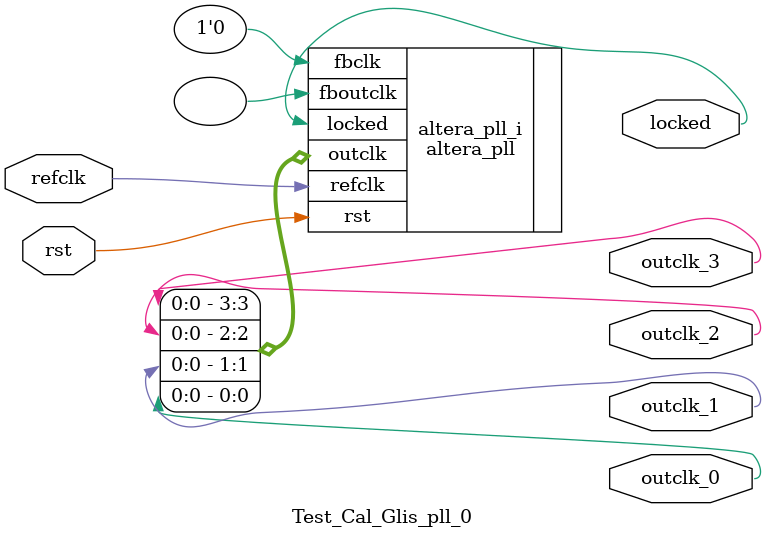
<source format=v>
`timescale 1ns/10ps
module  Test_Cal_Glis_pll_0(

	// interface 'refclk'
	input wire refclk,

	// interface 'reset'
	input wire rst,

	// interface 'outclk0'
	output wire outclk_0,

	// interface 'outclk1'
	output wire outclk_1,

	// interface 'outclk2'
	output wire outclk_2,

	// interface 'outclk3'
	output wire outclk_3,

	// interface 'locked'
	output wire locked
);

	altera_pll #(
		.fractional_vco_multiplier("false"),
		.reference_clock_frequency("50.0 MHz"),
		.operation_mode("direct"),
		.number_of_clocks(4),
		.output_clock_frequency0("54.000000 MHz"),
		.phase_shift0("0 ps"),
		.duty_cycle0(50),
		.output_clock_frequency1("24.000000 MHz"),
		.phase_shift1("0 ps"),
		.duty_cycle1(50),
		.output_clock_frequency2("12.000000 MHz"),
		.phase_shift2("0 ps"),
		.duty_cycle2(50),
		.output_clock_frequency3("12.000000 MHz"),
		.phase_shift3("0 ps"),
		.duty_cycle3(50),
		.output_clock_frequency4("0 MHz"),
		.phase_shift4("0 ps"),
		.duty_cycle4(50),
		.output_clock_frequency5("0 MHz"),
		.phase_shift5("0 ps"),
		.duty_cycle5(50),
		.output_clock_frequency6("0 MHz"),
		.phase_shift6("0 ps"),
		.duty_cycle6(50),
		.output_clock_frequency7("0 MHz"),
		.phase_shift7("0 ps"),
		.duty_cycle7(50),
		.output_clock_frequency8("0 MHz"),
		.phase_shift8("0 ps"),
		.duty_cycle8(50),
		.output_clock_frequency9("0 MHz"),
		.phase_shift9("0 ps"),
		.duty_cycle9(50),
		.output_clock_frequency10("0 MHz"),
		.phase_shift10("0 ps"),
		.duty_cycle10(50),
		.output_clock_frequency11("0 MHz"),
		.phase_shift11("0 ps"),
		.duty_cycle11(50),
		.output_clock_frequency12("0 MHz"),
		.phase_shift12("0 ps"),
		.duty_cycle12(50),
		.output_clock_frequency13("0 MHz"),
		.phase_shift13("0 ps"),
		.duty_cycle13(50),
		.output_clock_frequency14("0 MHz"),
		.phase_shift14("0 ps"),
		.duty_cycle14(50),
		.output_clock_frequency15("0 MHz"),
		.phase_shift15("0 ps"),
		.duty_cycle15(50),
		.output_clock_frequency16("0 MHz"),
		.phase_shift16("0 ps"),
		.duty_cycle16(50),
		.output_clock_frequency17("0 MHz"),
		.phase_shift17("0 ps"),
		.duty_cycle17(50),
		.pll_type("General"),
		.pll_subtype("General")
	) altera_pll_i (
		.rst	(rst),
		.outclk	({outclk_3, outclk_2, outclk_1, outclk_0}),
		.locked	(locked),
		.fboutclk	( ),
		.fbclk	(1'b0),
		.refclk	(refclk)
	);
endmodule


</source>
